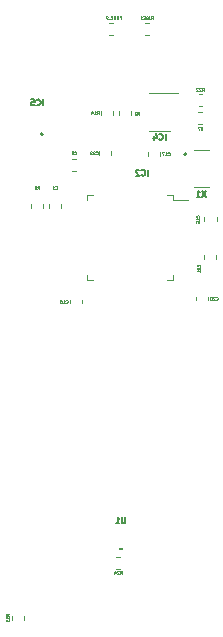
<source format=gbo>
G04 #@! TF.GenerationSoftware,KiCad,Pcbnew,(5.1.5-0-10_14)*
G04 #@! TF.CreationDate,2020-03-23T23:07:20-07:00*
G04 #@! TF.ProjectId,raptor,72617074-6f72-42e6-9b69-6361645f7063,rev?*
G04 #@! TF.SameCoordinates,Original*
G04 #@! TF.FileFunction,Legend,Bot*
G04 #@! TF.FilePolarity,Positive*
%FSLAX46Y46*%
G04 Gerber Fmt 4.6, Leading zero omitted, Abs format (unit mm)*
G04 Created by KiCad (PCBNEW (5.1.5-0-10_14)) date 2020-03-23 23:07:20*
%MOMM*%
%LPD*%
G04 APERTURE LIST*
%ADD10C,0.152400*%
%ADD11C,0.120000*%
%ADD12C,0.200000*%
%ADD13C,0.100000*%
%ADD14C,0.127000*%
%ADD15C,0.063500*%
G04 APERTURE END LIST*
D10*
X147767000Y-131587400D02*
G75*
G03X147513000Y-131587400I-127000J-278676D01*
G01*
D11*
X147217221Y-132230000D02*
X147542779Y-132230000D01*
X147217221Y-133250000D02*
X147542779Y-133250000D01*
X139448000Y-137251221D02*
X139448000Y-137576779D01*
X138428000Y-137251221D02*
X138428000Y-137576779D01*
X154532779Y-94090000D02*
X154207221Y-94090000D01*
X154532779Y-93070000D02*
X154207221Y-93070000D01*
D12*
X141040000Y-96450000D02*
G75*
G03X141040000Y-96450000I-100000J0D01*
G01*
X153080000Y-98250000D02*
G75*
G03X153080000Y-98050000I0J100000D01*
G01*
X153080000Y-98050000D02*
G75*
G03X153080000Y-98250000I0J-100000D01*
G01*
X153080000Y-98050000D02*
X153080000Y-98050000D01*
X153080000Y-98250000D02*
X153080000Y-98250000D01*
D13*
X155130000Y-97750000D02*
X153830000Y-97750000D01*
X155130000Y-100950000D02*
X153830000Y-100950000D01*
D11*
X142540000Y-102712779D02*
X142540000Y-102387221D01*
X141520000Y-102712779D02*
X141520000Y-102387221D01*
X143487221Y-99540000D02*
X143812779Y-99540000D01*
X143487221Y-98520000D02*
X143812779Y-98520000D01*
X155730000Y-103487221D02*
X155730000Y-103812779D01*
X154710000Y-103487221D02*
X154710000Y-103812779D01*
X143288600Y-110455821D02*
X143288600Y-110781379D01*
X144308600Y-110455821D02*
X144308600Y-110781379D01*
X150912600Y-98284579D02*
X150912600Y-97959021D01*
X149892600Y-98284579D02*
X149892600Y-97959021D01*
X153969300Y-110201821D02*
X153969300Y-110527379D01*
X154989300Y-110201821D02*
X154989300Y-110527379D01*
X155720000Y-106707221D02*
X155720000Y-107032779D01*
X154700000Y-106707221D02*
X154700000Y-107032779D01*
X146813040Y-97882821D02*
X146813040Y-98208379D01*
X145793040Y-97882821D02*
X145793040Y-98208379D01*
X149677221Y-87060000D02*
X150002779Y-87060000D01*
X149677221Y-88080000D02*
X150002779Y-88080000D01*
X146657221Y-88030000D02*
X146982779Y-88030000D01*
X146657221Y-87010000D02*
X146982779Y-87010000D01*
X145248600Y-108826100D02*
X144798600Y-108826100D01*
X144798600Y-108826100D02*
X144798600Y-108376100D01*
X151568600Y-108826100D02*
X152018600Y-108826100D01*
X152018600Y-108826100D02*
X152018600Y-108376100D01*
X145248600Y-101606100D02*
X144798600Y-101606100D01*
X144798600Y-101606100D02*
X144798600Y-102056100D01*
X151568600Y-101606100D02*
X152018600Y-101606100D01*
X152018600Y-101606100D02*
X152018600Y-102056100D01*
X152018600Y-102056100D02*
X153308600Y-102056100D01*
X151819700Y-96160000D02*
X150019700Y-96160000D01*
X150019700Y-92940000D02*
X152469700Y-92940000D01*
X148500000Y-94832779D02*
X148500000Y-94507221D01*
X147480000Y-94832779D02*
X147480000Y-94507221D01*
X141047240Y-102719419D02*
X141047240Y-102393861D01*
X140027240Y-102719419D02*
X140027240Y-102393861D01*
X154197221Y-94590000D02*
X154522779Y-94590000D01*
X154197221Y-95610000D02*
X154522779Y-95610000D01*
X145928760Y-94815179D02*
X145928760Y-94489621D01*
X146948760Y-94815179D02*
X146948760Y-94489621D01*
D14*
X148007047Y-128861809D02*
X148007047Y-129273047D01*
X147982857Y-129321428D01*
X147958666Y-129345619D01*
X147910285Y-129369809D01*
X147813523Y-129369809D01*
X147765142Y-129345619D01*
X147740952Y-129321428D01*
X147716761Y-129273047D01*
X147716761Y-128861809D01*
X147208761Y-129369809D02*
X147499047Y-129369809D01*
X147353904Y-129369809D02*
X147353904Y-128861809D01*
X147402285Y-128934380D01*
X147450666Y-128982761D01*
X147499047Y-129006952D01*
D15*
X147543285Y-133678904D02*
X147627952Y-133557952D01*
X147688428Y-133678904D02*
X147688428Y-133424904D01*
X147591666Y-133424904D01*
X147567476Y-133437000D01*
X147555380Y-133449095D01*
X147543285Y-133473285D01*
X147543285Y-133509571D01*
X147555380Y-133533761D01*
X147567476Y-133545857D01*
X147591666Y-133557952D01*
X147688428Y-133557952D01*
X147446523Y-133449095D02*
X147434428Y-133437000D01*
X147410238Y-133424904D01*
X147349761Y-133424904D01*
X147325571Y-133437000D01*
X147313476Y-133449095D01*
X147301380Y-133473285D01*
X147301380Y-133497476D01*
X147313476Y-133533761D01*
X147458619Y-133678904D01*
X147301380Y-133678904D01*
X147083666Y-133509571D02*
X147083666Y-133678904D01*
X147144142Y-133412809D02*
X147204619Y-133594238D01*
X147047380Y-133594238D01*
X138132904Y-137220714D02*
X138011952Y-137136047D01*
X138132904Y-137075571D02*
X137878904Y-137075571D01*
X137878904Y-137172333D01*
X137891000Y-137196523D01*
X137903095Y-137208619D01*
X137927285Y-137220714D01*
X137963571Y-137220714D01*
X137987761Y-137208619D01*
X137999857Y-137196523D01*
X138011952Y-137172333D01*
X138011952Y-137075571D01*
X138132904Y-137462619D02*
X138132904Y-137317476D01*
X138132904Y-137390047D02*
X137878904Y-137390047D01*
X137915190Y-137365857D01*
X137939380Y-137341666D01*
X137951476Y-137317476D01*
X138132904Y-137704523D02*
X138132904Y-137559380D01*
X138132904Y-137631952D02*
X137878904Y-137631952D01*
X137915190Y-137607761D01*
X137939380Y-137583571D01*
X137951476Y-137559380D01*
X154499285Y-92800904D02*
X154583952Y-92679952D01*
X154644428Y-92800904D02*
X154644428Y-92546904D01*
X154547666Y-92546904D01*
X154523476Y-92559000D01*
X154511380Y-92571095D01*
X154499285Y-92595285D01*
X154499285Y-92631571D01*
X154511380Y-92655761D01*
X154523476Y-92667857D01*
X154547666Y-92679952D01*
X154644428Y-92679952D01*
X154402523Y-92571095D02*
X154390428Y-92559000D01*
X154366238Y-92546904D01*
X154305761Y-92546904D01*
X154281571Y-92559000D01*
X154269476Y-92571095D01*
X154257380Y-92595285D01*
X154257380Y-92619476D01*
X154269476Y-92655761D01*
X154414619Y-92800904D01*
X154257380Y-92800904D01*
X154160619Y-92571095D02*
X154148523Y-92559000D01*
X154124333Y-92546904D01*
X154063857Y-92546904D01*
X154039666Y-92559000D01*
X154027571Y-92571095D01*
X154015476Y-92595285D01*
X154015476Y-92619476D01*
X154027571Y-92655761D01*
X154172714Y-92800904D01*
X154015476Y-92800904D01*
D14*
X141054424Y-94006609D02*
X141054424Y-93498609D01*
X140522234Y-93958228D02*
X140546424Y-93982419D01*
X140618996Y-94006609D01*
X140667377Y-94006609D01*
X140739948Y-93982419D01*
X140788329Y-93934038D01*
X140812520Y-93885657D01*
X140836710Y-93788895D01*
X140836710Y-93716323D01*
X140812520Y-93619561D01*
X140788329Y-93571180D01*
X140739948Y-93522800D01*
X140667377Y-93498609D01*
X140618996Y-93498609D01*
X140546424Y-93522800D01*
X140522234Y-93546990D01*
X140062615Y-93498609D02*
X140304520Y-93498609D01*
X140328710Y-93740514D01*
X140304520Y-93716323D01*
X140256139Y-93692133D01*
X140135186Y-93692133D01*
X140086805Y-93716323D01*
X140062615Y-93740514D01*
X140038424Y-93788895D01*
X140038424Y-93909847D01*
X140062615Y-93958228D01*
X140086805Y-93982419D01*
X140135186Y-94006609D01*
X140256139Y-94006609D01*
X140304520Y-93982419D01*
X140328710Y-93958228D01*
X154843238Y-101221809D02*
X154504571Y-101729809D01*
X154504571Y-101221809D02*
X154843238Y-101729809D01*
X154044952Y-101729809D02*
X154335238Y-101729809D01*
X154190095Y-101729809D02*
X154190095Y-101221809D01*
X154238476Y-101294380D01*
X154286857Y-101342761D01*
X154335238Y-101366952D01*
D15*
X142088333Y-101082714D02*
X142100428Y-101094809D01*
X142136714Y-101106904D01*
X142160904Y-101106904D01*
X142197190Y-101094809D01*
X142221380Y-101070619D01*
X142233476Y-101046428D01*
X142245571Y-100998047D01*
X142245571Y-100961761D01*
X142233476Y-100913380D01*
X142221380Y-100889190D01*
X142197190Y-100865000D01*
X142160904Y-100852904D01*
X142136714Y-100852904D01*
X142100428Y-100865000D01*
X142088333Y-100877095D01*
X141846428Y-101106904D02*
X141991571Y-101106904D01*
X141919000Y-101106904D02*
X141919000Y-100852904D01*
X141943190Y-100889190D01*
X141967380Y-100913380D01*
X141991571Y-100925476D01*
X143692333Y-98140274D02*
X143704428Y-98152369D01*
X143740714Y-98164464D01*
X143764904Y-98164464D01*
X143801190Y-98152369D01*
X143825380Y-98128179D01*
X143837476Y-98103988D01*
X143849571Y-98055607D01*
X143849571Y-98019321D01*
X143837476Y-97970940D01*
X143825380Y-97946750D01*
X143801190Y-97922560D01*
X143764904Y-97910464D01*
X143740714Y-97910464D01*
X143704428Y-97922560D01*
X143692333Y-97934655D01*
X143547190Y-98019321D02*
X143571380Y-98007226D01*
X143583476Y-97995131D01*
X143595571Y-97970940D01*
X143595571Y-97958845D01*
X143583476Y-97934655D01*
X143571380Y-97922560D01*
X143547190Y-97910464D01*
X143498809Y-97910464D01*
X143474619Y-97922560D01*
X143462523Y-97934655D01*
X143450428Y-97958845D01*
X143450428Y-97970940D01*
X143462523Y-97995131D01*
X143474619Y-98007226D01*
X143498809Y-98019321D01*
X143547190Y-98019321D01*
X143571380Y-98031417D01*
X143583476Y-98043512D01*
X143595571Y-98067702D01*
X143595571Y-98116083D01*
X143583476Y-98140274D01*
X143571380Y-98152369D01*
X143547190Y-98164464D01*
X143498809Y-98164464D01*
X143474619Y-98152369D01*
X143462523Y-98140274D01*
X143450428Y-98116083D01*
X143450428Y-98067702D01*
X143462523Y-98043512D01*
X143474619Y-98031417D01*
X143498809Y-98019321D01*
X154256614Y-103486714D02*
X154268709Y-103474619D01*
X154280804Y-103438333D01*
X154280804Y-103414142D01*
X154268709Y-103377857D01*
X154244519Y-103353666D01*
X154220328Y-103341571D01*
X154171947Y-103329476D01*
X154135661Y-103329476D01*
X154087280Y-103341571D01*
X154063090Y-103353666D01*
X154038900Y-103377857D01*
X154026804Y-103414142D01*
X154026804Y-103438333D01*
X154038900Y-103474619D01*
X154050995Y-103486714D01*
X154280804Y-103728619D02*
X154280804Y-103583476D01*
X154280804Y-103656047D02*
X154026804Y-103656047D01*
X154063090Y-103631857D01*
X154087280Y-103607666D01*
X154099376Y-103583476D01*
X154026804Y-103958428D02*
X154026804Y-103837476D01*
X154147757Y-103825380D01*
X154135661Y-103837476D01*
X154123566Y-103861666D01*
X154123566Y-103922142D01*
X154135661Y-103946333D01*
X154147757Y-103958428D01*
X154171947Y-103970523D01*
X154232423Y-103970523D01*
X154256614Y-103958428D01*
X154268709Y-103946333D01*
X154280804Y-103922142D01*
X154280804Y-103861666D01*
X154268709Y-103837476D01*
X154256614Y-103825380D01*
X142971285Y-110709314D02*
X142983380Y-110721409D01*
X143019666Y-110733504D01*
X143043857Y-110733504D01*
X143080142Y-110721409D01*
X143104333Y-110697219D01*
X143116428Y-110673028D01*
X143128523Y-110624647D01*
X143128523Y-110588361D01*
X143116428Y-110539980D01*
X143104333Y-110515790D01*
X143080142Y-110491600D01*
X143043857Y-110479504D01*
X143019666Y-110479504D01*
X142983380Y-110491600D01*
X142971285Y-110503695D01*
X142729380Y-110733504D02*
X142874523Y-110733504D01*
X142801952Y-110733504D02*
X142801952Y-110479504D01*
X142826142Y-110515790D01*
X142850333Y-110539980D01*
X142874523Y-110552076D01*
X142511666Y-110479504D02*
X142560047Y-110479504D01*
X142584238Y-110491600D01*
X142596333Y-110503695D01*
X142620523Y-110539980D01*
X142632619Y-110588361D01*
X142632619Y-110685123D01*
X142620523Y-110709314D01*
X142608428Y-110721409D01*
X142584238Y-110733504D01*
X142535857Y-110733504D01*
X142511666Y-110721409D01*
X142499571Y-110709314D01*
X142487476Y-110685123D01*
X142487476Y-110624647D01*
X142499571Y-110600457D01*
X142511666Y-110588361D01*
X142535857Y-110576266D01*
X142584238Y-110576266D01*
X142608428Y-110588361D01*
X142620523Y-110600457D01*
X142632619Y-110624647D01*
X151607285Y-98212514D02*
X151619380Y-98224609D01*
X151655666Y-98236704D01*
X151679857Y-98236704D01*
X151716142Y-98224609D01*
X151740333Y-98200419D01*
X151752428Y-98176228D01*
X151764523Y-98127847D01*
X151764523Y-98091561D01*
X151752428Y-98043180D01*
X151740333Y-98018990D01*
X151716142Y-97994800D01*
X151679857Y-97982704D01*
X151655666Y-97982704D01*
X151619380Y-97994800D01*
X151607285Y-98006895D01*
X151365380Y-98236704D02*
X151510523Y-98236704D01*
X151437952Y-98236704D02*
X151437952Y-97982704D01*
X151462142Y-98018990D01*
X151486333Y-98043180D01*
X151510523Y-98055276D01*
X151280714Y-97982704D02*
X151111380Y-97982704D01*
X151220238Y-98236704D01*
X155671285Y-110455314D02*
X155683380Y-110467409D01*
X155719666Y-110479504D01*
X155743857Y-110479504D01*
X155780142Y-110467409D01*
X155804333Y-110443219D01*
X155816428Y-110419028D01*
X155828523Y-110370647D01*
X155828523Y-110334361D01*
X155816428Y-110285980D01*
X155804333Y-110261790D01*
X155780142Y-110237600D01*
X155743857Y-110225504D01*
X155719666Y-110225504D01*
X155683380Y-110237600D01*
X155671285Y-110249695D01*
X155574523Y-110249695D02*
X155562428Y-110237600D01*
X155538238Y-110225504D01*
X155477761Y-110225504D01*
X155453571Y-110237600D01*
X155441476Y-110249695D01*
X155429380Y-110273885D01*
X155429380Y-110298076D01*
X155441476Y-110334361D01*
X155586619Y-110479504D01*
X155429380Y-110479504D01*
X155272142Y-110225504D02*
X155247952Y-110225504D01*
X155223761Y-110237600D01*
X155211666Y-110249695D01*
X155199571Y-110273885D01*
X155187476Y-110322266D01*
X155187476Y-110382742D01*
X155199571Y-110431123D01*
X155211666Y-110455314D01*
X155223761Y-110467409D01*
X155247952Y-110479504D01*
X155272142Y-110479504D01*
X155296333Y-110467409D01*
X155308428Y-110455314D01*
X155320523Y-110431123D01*
X155332619Y-110382742D01*
X155332619Y-110322266D01*
X155320523Y-110273885D01*
X155308428Y-110249695D01*
X155296333Y-110237600D01*
X155272142Y-110225504D01*
X154333614Y-107648414D02*
X154345709Y-107636319D01*
X154357804Y-107600033D01*
X154357804Y-107575842D01*
X154345709Y-107539557D01*
X154321519Y-107515366D01*
X154297328Y-107503271D01*
X154248947Y-107491176D01*
X154212661Y-107491176D01*
X154164280Y-107503271D01*
X154140090Y-107515366D01*
X154115900Y-107539557D01*
X154103804Y-107575842D01*
X154103804Y-107600033D01*
X154115900Y-107636319D01*
X154127995Y-107648414D01*
X154127995Y-107745176D02*
X154115900Y-107757271D01*
X154103804Y-107781461D01*
X154103804Y-107841938D01*
X154115900Y-107866128D01*
X154127995Y-107878223D01*
X154152185Y-107890319D01*
X154176376Y-107890319D01*
X154212661Y-107878223D01*
X154357804Y-107733080D01*
X154357804Y-107890319D01*
X154357804Y-108132223D02*
X154357804Y-107987080D01*
X154357804Y-108059652D02*
X154103804Y-108059652D01*
X154140090Y-108035461D01*
X154164280Y-108011271D01*
X154176376Y-107987080D01*
X145511285Y-98136314D02*
X145523380Y-98148409D01*
X145559666Y-98160504D01*
X145583857Y-98160504D01*
X145620142Y-98148409D01*
X145644333Y-98124219D01*
X145656428Y-98100028D01*
X145668523Y-98051647D01*
X145668523Y-98015361D01*
X145656428Y-97966980D01*
X145644333Y-97942790D01*
X145620142Y-97918600D01*
X145583857Y-97906504D01*
X145559666Y-97906504D01*
X145523380Y-97918600D01*
X145511285Y-97930695D01*
X145414523Y-97930695D02*
X145402428Y-97918600D01*
X145378238Y-97906504D01*
X145317761Y-97906504D01*
X145293571Y-97918600D01*
X145281476Y-97930695D01*
X145269380Y-97954885D01*
X145269380Y-97979076D01*
X145281476Y-98015361D01*
X145426619Y-98160504D01*
X145269380Y-98160504D01*
X145172619Y-97930695D02*
X145160523Y-97918600D01*
X145136333Y-97906504D01*
X145075857Y-97906504D01*
X145051666Y-97918600D01*
X145039571Y-97930695D01*
X145027476Y-97954885D01*
X145027476Y-97979076D01*
X145039571Y-98015361D01*
X145184714Y-98160504D01*
X145027476Y-98160504D01*
X150303571Y-86601857D02*
X150388238Y-86601857D01*
X150388238Y-86734904D02*
X150388238Y-86480904D01*
X150267285Y-86480904D01*
X150170523Y-86480904D02*
X150170523Y-86686523D01*
X150158428Y-86710714D01*
X150146333Y-86722809D01*
X150122142Y-86734904D01*
X150073761Y-86734904D01*
X150049571Y-86722809D01*
X150037476Y-86710714D01*
X150025380Y-86686523D01*
X150025380Y-86480904D01*
X149916523Y-86722809D02*
X149880238Y-86734904D01*
X149819761Y-86734904D01*
X149795571Y-86722809D01*
X149783476Y-86710714D01*
X149771380Y-86686523D01*
X149771380Y-86662333D01*
X149783476Y-86638142D01*
X149795571Y-86626047D01*
X149819761Y-86613952D01*
X149868142Y-86601857D01*
X149892333Y-86589761D01*
X149904428Y-86577666D01*
X149916523Y-86553476D01*
X149916523Y-86529285D01*
X149904428Y-86505095D01*
X149892333Y-86493000D01*
X149868142Y-86480904D01*
X149807666Y-86480904D01*
X149771380Y-86493000D01*
X149662523Y-86601857D02*
X149577857Y-86601857D01*
X149541571Y-86734904D02*
X149662523Y-86734904D01*
X149662523Y-86480904D01*
X149541571Y-86480904D01*
X149299666Y-86734904D02*
X149444809Y-86734904D01*
X149372238Y-86734904D02*
X149372238Y-86480904D01*
X149396428Y-86517190D01*
X149420619Y-86541380D01*
X149444809Y-86553476D01*
X147558293Y-86531577D02*
X147642960Y-86531577D01*
X147642960Y-86664624D02*
X147642960Y-86410624D01*
X147522007Y-86410624D01*
X147425245Y-86410624D02*
X147425245Y-86616243D01*
X147413150Y-86640434D01*
X147401055Y-86652529D01*
X147376864Y-86664624D01*
X147328483Y-86664624D01*
X147304293Y-86652529D01*
X147292198Y-86640434D01*
X147280102Y-86616243D01*
X147280102Y-86410624D01*
X147171245Y-86652529D02*
X147134960Y-86664624D01*
X147074483Y-86664624D01*
X147050293Y-86652529D01*
X147038198Y-86640434D01*
X147026102Y-86616243D01*
X147026102Y-86592053D01*
X147038198Y-86567862D01*
X147050293Y-86555767D01*
X147074483Y-86543672D01*
X147122864Y-86531577D01*
X147147055Y-86519481D01*
X147159150Y-86507386D01*
X147171245Y-86483196D01*
X147171245Y-86459005D01*
X147159150Y-86434815D01*
X147147055Y-86422720D01*
X147122864Y-86410624D01*
X147062388Y-86410624D01*
X147026102Y-86422720D01*
X146917245Y-86531577D02*
X146832579Y-86531577D01*
X146796293Y-86664624D02*
X146917245Y-86664624D01*
X146917245Y-86410624D01*
X146796293Y-86410624D01*
X146747912Y-86688815D02*
X146554388Y-86688815D01*
X146445531Y-86410624D02*
X146421340Y-86410624D01*
X146397150Y-86422720D01*
X146385055Y-86434815D01*
X146372960Y-86459005D01*
X146360864Y-86507386D01*
X146360864Y-86567862D01*
X146372960Y-86616243D01*
X146385055Y-86640434D01*
X146397150Y-86652529D01*
X146421340Y-86664624D01*
X146445531Y-86664624D01*
X146469721Y-86652529D01*
X146481817Y-86640434D01*
X146493912Y-86616243D01*
X146506007Y-86567862D01*
X146506007Y-86507386D01*
X146493912Y-86459005D01*
X146481817Y-86434815D01*
X146469721Y-86422720D01*
X146445531Y-86410624D01*
D14*
X149907904Y-99951809D02*
X149907904Y-99443809D01*
X149375714Y-99903428D02*
X149399904Y-99927619D01*
X149472476Y-99951809D01*
X149520857Y-99951809D01*
X149593428Y-99927619D01*
X149641809Y-99879238D01*
X149666000Y-99830857D01*
X149690190Y-99734095D01*
X149690190Y-99661523D01*
X149666000Y-99564761D01*
X149641809Y-99516380D01*
X149593428Y-99468000D01*
X149520857Y-99443809D01*
X149472476Y-99443809D01*
X149399904Y-99468000D01*
X149375714Y-99492190D01*
X149182190Y-99492190D02*
X149158000Y-99468000D01*
X149109619Y-99443809D01*
X148988666Y-99443809D01*
X148940285Y-99468000D01*
X148916095Y-99492190D01*
X148891904Y-99540571D01*
X148891904Y-99588952D01*
X148916095Y-99661523D01*
X149206380Y-99951809D01*
X148891904Y-99951809D01*
X151415604Y-96913409D02*
X151415604Y-96405409D01*
X150883414Y-96865028D02*
X150907604Y-96889219D01*
X150980176Y-96913409D01*
X151028557Y-96913409D01*
X151101128Y-96889219D01*
X151149509Y-96840838D01*
X151173700Y-96792457D01*
X151197890Y-96695695D01*
X151197890Y-96623123D01*
X151173700Y-96526361D01*
X151149509Y-96477980D01*
X151101128Y-96429600D01*
X151028557Y-96405409D01*
X150980176Y-96405409D01*
X150907604Y-96429600D01*
X150883414Y-96453790D01*
X150447985Y-96574742D02*
X150447985Y-96913409D01*
X150568938Y-96381219D02*
X150689890Y-96744076D01*
X150375414Y-96744076D01*
D15*
X149036333Y-94784904D02*
X149121000Y-94663952D01*
X149181476Y-94784904D02*
X149181476Y-94530904D01*
X149084714Y-94530904D01*
X149060523Y-94543000D01*
X149048428Y-94555095D01*
X149036333Y-94579285D01*
X149036333Y-94615571D01*
X149048428Y-94639761D01*
X149060523Y-94651857D01*
X149084714Y-94663952D01*
X149181476Y-94663952D01*
X148939571Y-94555095D02*
X148927476Y-94543000D01*
X148903285Y-94530904D01*
X148842809Y-94530904D01*
X148818619Y-94543000D01*
X148806523Y-94555095D01*
X148794428Y-94579285D01*
X148794428Y-94603476D01*
X148806523Y-94639761D01*
X148951666Y-94784904D01*
X148794428Y-94784904D01*
X140564333Y-101106904D02*
X140649000Y-100985952D01*
X140709476Y-101106904D02*
X140709476Y-100852904D01*
X140612714Y-100852904D01*
X140588523Y-100865000D01*
X140576428Y-100877095D01*
X140564333Y-100901285D01*
X140564333Y-100937571D01*
X140576428Y-100961761D01*
X140588523Y-100973857D01*
X140612714Y-100985952D01*
X140709476Y-100985952D01*
X140334523Y-100852904D02*
X140455476Y-100852904D01*
X140467571Y-100973857D01*
X140455476Y-100961761D01*
X140431285Y-100949666D01*
X140370809Y-100949666D01*
X140346619Y-100961761D01*
X140334523Y-100973857D01*
X140322428Y-100998047D01*
X140322428Y-101058523D01*
X140334523Y-101082714D01*
X140346619Y-101094809D01*
X140370809Y-101106904D01*
X140431285Y-101106904D01*
X140455476Y-101094809D01*
X140467571Y-101082714D01*
X154378333Y-96102904D02*
X154463000Y-95981952D01*
X154523476Y-96102904D02*
X154523476Y-95848904D01*
X154426714Y-95848904D01*
X154402523Y-95861000D01*
X154390428Y-95873095D01*
X154378333Y-95897285D01*
X154378333Y-95933571D01*
X154390428Y-95957761D01*
X154402523Y-95969857D01*
X154426714Y-95981952D01*
X154523476Y-95981952D01*
X154293666Y-95848904D02*
X154124333Y-95848904D01*
X154233190Y-96102904D01*
X145601285Y-94767304D02*
X145685952Y-94646352D01*
X145746428Y-94767304D02*
X145746428Y-94513304D01*
X145649666Y-94513304D01*
X145625476Y-94525400D01*
X145613380Y-94537495D01*
X145601285Y-94561685D01*
X145601285Y-94597971D01*
X145613380Y-94622161D01*
X145625476Y-94634257D01*
X145649666Y-94646352D01*
X145746428Y-94646352D01*
X145359380Y-94767304D02*
X145504523Y-94767304D01*
X145431952Y-94767304D02*
X145431952Y-94513304D01*
X145456142Y-94549590D01*
X145480333Y-94573780D01*
X145504523Y-94585876D01*
X145141666Y-94597971D02*
X145141666Y-94767304D01*
X145202142Y-94501209D02*
X145262619Y-94682638D01*
X145105380Y-94682638D01*
M02*

</source>
